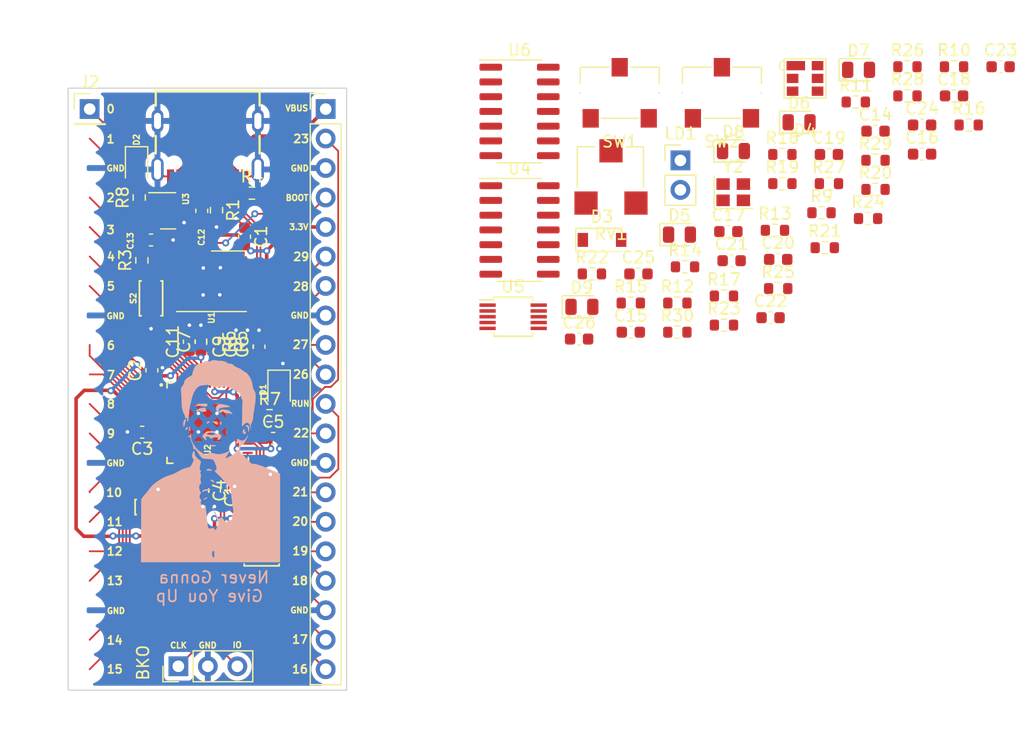
<source format=kicad_pcb>
(kicad_pcb (version 20211014) (generator pcbnew)
  (title_block (title "ENGR3430 Miniproject 3") (date "2022-09-22") (company "Olin College of Engineering"))
  (layers (0 "F.Cu" signal) (31 "B.Cu" signal) (34 "B.Paste" user) (35 "F.Paste" user) (36 "B.SilkS" user "B.Silkscreen") (37 "F.SilkS" user "F.Silkscreen") (38 "B.Mask" user) (39 "F.Mask" user) (44 "Edge.Cuts" user))
  (net 0 "")
  (net 1 "+3V3")
  (net 2 "Net-(D2-Pad2)")
  (net 3 "/GPIO25")
  (net 4 "Net-(D1-Pad2)")
  (net 5 "Net-(J1-PadA6)")
  (net 6 "Net-(R6-Pad2)")
  (net 7 "Net-(J1-PadA7)")
  (net 8 "Net-(R5-Pad2)")
  (net 9 "Net-(J1-PadA5)")
  (net 10 "GND")
  (net 11 "/BOOT")
  (net 12 "/RUN")
  (net 13 "Net-(J1-PadB5)")
  (net 14 "/VBUS")
  (net 15 "Net-(U1-Pad2)")
  (net 16 "Net-(U1-Pad3)")
  (net 17 "Net-(U1-Pad5)")
  (net 18 "Net-(U1-Pad6)")
  (net 19 "Net-(U1-Pad7)")
  (net 22 "/GPIO3")
  (net 23 "/GPIO4")
  (net 24 "/GPIO5")
  (net 25 "/GPIO6")
  (net 26 "/GPIO7")
  (net 27 "/GPIO8")
  (net 28 "/GPIO9")
  (net 29 "/GPIO10")
  (net 30 "/GPIO11")
  (net 31 "/GPIO12")
  (net 32 "/GPIO13")
  (net 33 "/GPIO14")
  (net 34 "/GPIO15")
  (net 35 "Net-(U2-Pad20)")
  (net 36 "Net-(U2-Pad21)")
  (net 37 "Net-(C10-Pad1)")
  (net 38 "/SWCLK")
  (net 39 "/SWDIO")
  (net 40 "/GPIO16")
  (net 41 "/GPIO17")
  (net 42 "/GPIO18")
  (net 43 "/GPIO19")
  (net 44 "/GPIO20")
  (net 45 "/GPIO21")
  (net 46 "/GPIO22")
  (net 47 "/GPIO23")
  (net 48 "/GPIO24")
  (net 49 "/GPIO26")
  (net 50 "/GPIO27")
  (net 51 "/GPIO28")
  (net 52 "/GPIO29")
  (net 53 "Net-(C15-Pad1)")
  (net 54 "Net-(C15-Pad2)")
  (net 55 "/VCENTER")
  (net 56 "Net-(C17-Pad2)")
  (net 57 "Net-(C18-Pad1)")
  (net 58 "Net-(C18-Pad2)")
  (net 59 "Net-(C20-Pad2)")
  (net 60 "Net-(C24-Pad1)")
  (net 61 "Net-(C24-Pad2)")
  (net 62 "Net-(D3-Pad2)")
  (net 63 "Net-(D4-Pad1)")
  (net 64 "Net-(D5-Pad2)")
  (net 65 "Net-(D6-Pad2)")
  (net 66 "Net-(D7-Pad2)")
  (net 67 "Net-(D8-Pad2)")
  (net 68 "Net-(D9-Pad2)")
  (net 69 "Net-(J2-Pad1)")
  (net 70 "Net-(LD1-Pad1)")
  (net 71 "Net-(LD1-Pad2)")
  (net 72 "Net-(R12-Pad1)")
  (net 73 "Net-(R19-Pad2)")
  (net 74 "Net-(R25-Pad2)")
  (net 75 "Net-(R26-Pad2)")
  (net 76 "Net-(R28-Pad2)")
  (net 78 "Net-(SW1-Pad2)")
  (net 80 "/Rx")
  (net 81 "/Tx")
  (net 82 "/Tx_ENABLE")
  (footprint "Resistor_SMD:R_0603_1608Metric" (layer "F.Cu") (at 158.75 89)
    (fp_text reference "R17")
    (fp_text value "1k")
  )
  (footprint "Resistor_SMD:R_0603_1608Metric" (layer "F.Cu") (at 163.42 88.36)
    (fp_text reference "R25")
    (fp_text value "3.3k")
  )
  (footprint "Resistor_SMD:R_0603_1608Metric" (layer "F.Cu") (at 154.74 92.12)
    (fp_text reference "R30")
    (fp_text value "3.3k")
  )
  (footprint "Resistor_SMD:R_0603_1608Metric" (layer "F.Cu") (at 147.38 87.1)
    (fp_text reference "R22")
    (fp_text value "1K")
  )
  (footprint "Package_SO:SOIC-14_3.9x8.7mm_P1.27mm" (layer "F.Cu") (at 141.15 73.1)
    (fp_text reference "U6")
    (fp_text value "ADA4891")
  )
  (footprint "Capacitor_SMD:C_0603_1608Metric" (layer "F.Cu") (at 109.4994 95.4024 90)
    (fp_text reference "C2")
    (fp_text value "0.1µF")
  )
  (footprint "Resistor_SMD:R_0603_1608Metric" (layer "F.Cu") (at 163.78 79.32)
    (fp_text reference "R19")
    (fp_text value "5k")
  )
  (footprint "Resistor_SMD:R_0603_1608Metric" (layer "F.Cu") (at 179.82 74.27)
    (fp_text reference "R16")
    (fp_text value "100k")
  )
  (footprint "Capacitor_SMD:C_0603_1608Metric" (layer "F.Cu") (at 118.7196 93.3704 90)
    (fp_text reference "C6")
    (fp_text value "0.1µF")
  )
  (footprint "Capacitor_SMD:C_0603_1608Metric" (layer "F.Cu") (at 162.76 90.87)
    (fp_text reference "C22")
    (fp_text value "10pF")
  )
  (footprint "Package_TO_SOT_SMD:SOT-23" (layer "F.Cu") (at 110.8964 81.6612)
    (fp_text reference "U3")
    (fp_text value "MCP1702T-3302E_CB")
  )
  (footprint "LED_SMD:LED_0805_2012Metric" (layer "F.Cu") (at 108.1786 77.8256 -90)
    (fp_text reference "D2")
    (fp_text value "PWR")
  )
  (footprint "Eclectronics:KXT321LHS" (layer "F.Cu") (at 118.9482 111.252 180)
    (fp_text reference "S1")
    (fp_text value "RST")
  )
  (footprint "Resistor_SMD:R_0603_1608Metric" (layer "F.Cu") (at 163.78 76.81)
    (fp_text reference "R18")
    (fp_text value "1K")
  )
  (footprint "Package_SO:MSOP-10_3x3mm_P0.5mm" (layer "F.Cu") (at 140.6 90.79)
    (fp_text reference "U5")
    (fp_text value "RS2255")
  )
  (footprint "Capacitor_SMD:C_0603_1608Metric" (layer "F.Cu") (at 117.475 83.8962 -90)
    (fp_text reference "C1")
    (fp_text value "0.1µF")
  )
  (footprint "LED_SMD:LED_0805_2012Metric" (layer "F.Cu") (at 120.4468 97.0788 -90)
    (fp_text reference "D1")
    (fp_text value "LED")
  )
  (footprint "Connector_PinHeader_2.54mm:PinHeader_1x01_P2.54mm_Vertical" (layer "F.Cu") (at 104.14 72.898)
    (fp_text reference "J2")
    (fp_text value "Conn_01x01_Female")
  )
  (footprint "Resistor_SMD:R_0603_1608Metric" (layer "F.Cu") (at 171.8 77.31)
    (fp_text reference "R29")
    (fp_text value "3.3k")
  )
  (footprint "LED_SMD:LED_0805_2012Metric" (layer "F.Cu") (at 170.34 69.515)
    (fp_text reference "D7")
    (fp_text value "LED")
  )
  (footprint "Capacitor_SMD:C_0603_1608Metric" (layer "F.Cu") (at 150.73 92.12)
    (fp_text reference "C15")
    (fp_text value "10pF")
  )
  (footprint "Eclectronics:Laser Switch" (layer "F.Cu") (at 149.775 71.495)
    (fp_text reference "SW1")
    (fp_text value "SW_SPDT")
  )
  (footprint "Eclectronics:Laser Potentiometer" (layer "F.Cu") (at 149.025 78.745)
    (fp_text reference "RV1")
    (fp_text value "Nominal 10k")
  )
  (footprint "Capacitor_SMD:C_0603_1608Metric" (layer "F.Cu") (at 178.56 71.76)
    (fp_text reference "C18")
    (fp_text value "10pF")
  )
  (footprint "Resistor_SMD:R_0603_1608Metric" (layer "F.Cu") (at 163.14 83.34)
    (fp_text reference "R13")
    (fp_text value "1k")
  )
  (footprint "Connector_PinHeader_2.54mm:PinHeader_1x20_P2.54mm_Vertical" (layer "F.Cu") (at 124.46 72.898)
    (fp_text reference "J4" hide)
    (fp_text value "RIGHT")
  )
  (footprint "Resistor_SMD:R_0603_1608Metric" (layer "F.Cu") (at 167.43 84.84)
    (fp_text reference "R21")
    (fp_text value "1K")
  )
  (footprint "Capacitor_SMD:C_0603_1608Metric" (layer "F.Cu") (at 109.4232 84.1756)
    (fp_text reference "C13")
    (fp_text value "10µF")
  )
  (footprint "Capacitor_SMD:C_0603_1608Metric" (layer "F.Cu") (at 175.81 76.78)
    (fp_text reference "C16")
    (fp_text value "10µF")
  )
  (footprint "Resistor_SMD:R_0603_1608Metric" (layer "F.Cu") (at 174.55 69.25)
    (fp_text reference "R26")
    (fp_text value "3.3k")
  )
  (footprint "Resistor_SMD:R_0603_1608Metric" (layer "F.Cu") (at 115.7478 92.9366 -90)
    (fp_text reference "R5")
    (fp_text value "27Ω")
  )
  (footprint "Capacitor_SMD:C_0603_1608Metric" (layer "F.Cu") (at 117.729 93.3704 90)
    (fp_text reference "C8")
    (fp_text value "1µF")
  )
  (footprint "Diode_SMD:D_SOD-123" (layer "F.Cu") (at 148.25 84.17)
    (fp_text reference "D3")
    (fp_text value "DIODE")
  )
  (footprint "LED_SMD:LED_0805_2012Metric" (layer "F.Cu") (at 146.52 89.935)
    (fp_text reference "D9")
    (fp_text value "LED")
  )
  (footprint "Capacitor_SMD:C_0603_1608Metric" (layer "F.Cu") (at 116.7384 93.3704 90)
    (fp_text reference "C9")
    (fp_text value "1µF")
  )
  (footprint "Resistor_SMD:R_0603_1608Metric" (layer "F.Cu") (at 167.15 81.83)
    (fp_text reference "R9")
    (fp_text value "100k")
  )
  (footprint "Capacitor_SMD:C_0603_1608Metric" (layer "F.Cu") (at 175.81 74.27)
    (fp_text reference "C24")
    (fp_text value "10pF")
  )
  (footprint "Eclectronics:Laser Switch" (layer "F.Cu") (at 158.575 71.495)
    (fp_text reference "SW2")
    (fp_text value "SW_SPDT")
  )
  (footprint "Resistor_SMD:R_0603_1608Metric" (layer "F.Cu") (at 171.16 82.33)
    (fp_text reference "R24")
    (fp_text value "1.2k")
  )
  (footprint "Crystal:Crystal_SMD_2520-4Pin_2.5x2.0mm" (layer "F.Cu") (at 159.55 80.06)
    (fp_text reference "Y2")
    (fp_text value "ASE-xxxMHz")
  )
  (footprint "Resistor_SMD:R_0603_1608Metric" (layer "F.Cu") (at 150.73 89.61)
    (fp_text reference "R15")
    (fp_text value "10k")
  )
  (footprint "Capacitor_SMD:C_0603_1608Metric" (layer "F.Cu") (at 108.6612 100.7364 180)
    (fp_text reference "C3")
    (fp_text value "0.1µF")
  )
  (footprint "Resistor_SMD:R_0603_1608Metric" (layer "F.Cu") (at 170.1 72.29)
    (fp_text reference "R11")
    (fp_text value "1K")
  )
  (footprint "Resistor_SMD:R_0603_1608Metric" (layer "F.Cu") (at 158.75 91.51)
    (fp_text reference "R23")
    (fp_text value "1K")
  )
  (footprint "Capacitor_SMD:C_0603_1608Metric" (layer "F.Cu") (at 151.39 87.1)
    (fp_text reference "C25")
    (fp_text value "10µF")
  )
  (footprint "Resistor_SMD:R_0603_1608Metric" (layer "F.Cu") (at 118.11 80.1372)
    (fp_text reference "R4")
    (fp_text value "5.1K")
  )
  (footprint "Resistor_SMD:R_0603_1608Metric" (layer "F.Cu") (at 108.6358 85.9282 90)
    (fp_text reference "R3")
    (fp_text value "5.1K")
  )
  (footprint "Capacitor_SMD:C_0603_1608Metric" (layer "F.Cu") (at 113.792 81.6612 90)
    (fp_text reference "C12")
    (fp_text value "10µF")
  )
  (footprint "Capacitor_SMD:C_0603_1608Metric" (layer "F.Cu") (at 112.7252 92.9386 90)
    (fp_text reference "C11")
    (fp_text value "0.1µF")
  )
  (footprint "Connector_PinHeader_2.54mm:PinHeader_1x03_P2.54mm_Vertical" (layer "F.Cu") (at 111.775 120.904 90)
    (fp_text reference "J3" hide)
    (fp_text value "DEBUG")
  )
  (footprint "Eclectronics:Photodiode" (layer "F.Cu") (at 165.735 70.255)
    (fp_text reference "D4")
    (fp_text value "D_Photo")
  )
  (footprint "Resistor_SMD:R_0603_1608Metric" (layer "F.Cu") (at 174.55 71.76)
    (fp_text reference "R28")
    (fp_text value "3.3k")
  )
  (footprint "Connector_PinHeader_2.54mm:PinHeader_1x02_P2.54mm_Vertical" (layer "F.Cu") (at 155 77.32)
    (fp_text reference "LD1")
    (fp_text value "D_Laser_1A3C")
  )
  (footprint "Capacitor_SMD:C_0603_1608Metric" (layer "F.Cu") (at 182.57 69.25)
    (fp_text reference "C23")
    (fp_text value "10µF")
  )
  (footprint "LED_SMD:LED_0805_2012Metric" (layer "F.Cu") (at 159.57 76.515)
    (fp_text reference "D8")
    (fp_text value "LED")
  )
  (footprint "Eclectronics:KXT321LHS" (layer "F.Cu") (at 109.4232 89.2048 90)
    (fp_text reference "S2")
    (fp_text value "BOOT")
  )
  (footprint "Package_SON:WSON-8-1EP_6x5mm_P1.27mm_EP3.4x4.3mm" (layer "F.Cu") (at 114.6302 87.7316)
    (fp_text reference "U1")
    (fp_text value "W25Q128JV")
  )
  (footprint "Capacitor_SMD:C_0603_1608Metric" (layer "F.Cu") (at 163.42 85.85)
    (fp_text reference "C20")
    (fp_text value "1pF")
  )
  (footprint "Capacitor_SMD:C_0603_1608Metric" (layer "F.Cu") (at 119.9388 101.2698)
    (fp_text reference "C5")
    (fp_text value "0.1µF")
  )
  (footprint "Eclectronics:RP2040" (layer "F.Cu") (at 114.3 99.914)
    (fp_text reference "U2")
    (fp_text value "RP2040")
  )
  (footprint "Eclectronics:CSTNE" (layer "F.Cu") (at 109.6518 107.188 180)
    (fp_text reference "Y1")
    (fp_text value "12MHz")
  )
  (footprint "Resistor_SMD:R_0603_1608Metric" (layer "F.Cu") (at 155.4 86.49)
    (fp_text reference "R14")
    (fp_text value "3.3k")
  )
  (footprint "Resistor_SMD:R_0603_1608Metric" (layer "F.Cu") (at 108.4072 80.518 90)
    (fp_text reference "R8")
    (fp_text value "1K")
  )
  (footprint "Resistor_SMD:R_0603_1608Metric" (layer "F.Cu") (at 178.56 69.25)
    (fp_text reference "R10")
    (fp_text value "330k")
  )
  (footprint "Eclectronics:USB4105-GF-A" (layer "F.Cu") (at 114.3 73.9206 180)
    (fp_text reference "J1" hide)
    (fp_text value "USB4105-GF-A")
  )
  (footprint "Resistor_SMD:R_0603_1608Metric" (layer "F.Cu") (at 167.79 79.32)
    (fp_text reference "R27")
    (fp_text value "3.3k")
  )
  (footprint "Capacitor_SMD:C_0603_1608Metric" (layer "F.Cu") (at 114.8842 105.7656 -90)
    (fp_text reference "C10")
    (fp_text value "0.1µF")
  )
  (footprint "Resistor_SMD:R_0603_1608Metric" (layer "F.Cu") (at 115.062 81.6102 -90)
    (fp_text reference "R1")
    (fp_text value "5.1K")
  )
  (footprint "Capacitor_SMD:C_0603_1608Metric" (layer "F.Cu") (at 146.28 92.71)
    (fp_text reference "C26")
    (fp_text value "10µF")
  )
  (footprint "Capacitor_SMD:C_0603_1608Metric" (layer "F.Cu") (at 171.8 74.8)
    (fp_text reference "C14")
    (fp_text value "10µF")
  )
  (footprint "Capacitor_SMD:C_0603_1608Metric" (layer "F.Cu") (at 113.8936 105.7656 -90)
    (fp_text reference "C4")
    (fp_text value "0.1µF")
  )
  (footprint "LED_SMD:LED_0805_2012Metric" (layer "F.Cu") (at 165.22 74.035)
    (fp_text reference "D6")
    (fp_text value "LED")
  )
  (footprint "Resistor_SMD:R_0603_1608Metric" (layer "F.Cu") (at 154.74 89.61)
    (fp_text reference "R12")
    (fp_text value "3.3k")
  )
  (footprint "Package_SO:SOIC-14_3.9x8.7mm_P1.27mm" (layer "F.Cu") (at 141.15 83.31)
    (fp_text reference "U4")
    (fp_text value "ADA4891")
  )
  (footprint "Capacitor_SMD:C_0603_1608Metric" (layer "F.Cu") (at 113.7158 92.9386 90)
    (fp_text reference "C7")
    (fp_text value "0.1µF")
  )
  (footprint "LED_SMD:LED_0805_2012Metric" (layer "F.Cu") (at 154.92 83.715)
    (fp_text reference "D5")
    (fp_text value "LED")
  )
  (footprint "Resistor_SMD:R_0603_1608Metric" (layer "F.Cu") (at 119.634 99.314)
    (fp_text reference "R7")
    (fp_text value "1K")
  )
  (footprint "Capacitor_SMD:C_0603_1608Metric" (layer "F.Cu") (at 167.79 76.81)
    (fp_text reference "C19")
    (fp_text value "10µF")
  )
  (footprint "Resistor_SMD:R_0603_1608Metric" (layer "F.Cu") (at 114.7318 92.9366 -90)
    (fp_text reference "R6")
    (fp_text value "27Ω")
  )
  (footprint "Resistor_SMD:R_0603_1608Metric" (layer "F.Cu") (at 171.8 79.82)
    (fp_text reference "R20")
    (fp_text value "10k")
  )
  (footprint "Resistor_SMD:R_0603_1608Metric" (layer "F.Cu") (at 116.8146 109.2962 180)
    (fp_text reference "R2")
    (fp_text value "5.1K")
  )
  (footprint "Capacitor_SMD:C_0603_1608Metric" (layer "F.Cu") (at 159.41 85.96)
    (fp_text reference "C21")
    (fp_text value "10pF")
  )
  (footprint "Capacitor_SMD:C_0603_1608Metric" (layer "F.Cu") (at 159.13 83.45)
    (fp_text reference "C17")
    (fp_text value "10pF")
  )
  (footprint "Eclectronics:RickAstley2" (layer "B.Cu") (at 114.5794 103.2256 180)
    (fp_text reference "G***")
    (fp_text value "LOGO" hide)
  )
  (gr_rect (start 126.2634 71.0946) (end 102.2858 122.9614) (layer "Edge.Cuts") (width 0.1) (fill none))
  (gr_text "Never Gonna \nGive You Up" (at 114.4524 114.046) (layer "B.SilkS") (effects (font (size 1 1)) (justify mirror)))
  (gr_text "14" (at 106.299 118.6688) (layer "F.SilkS") (effects (font (size 0.7 0.7))))
  (gr_text "7" (at 105.9688 95.8088) (layer "F.SilkS") (effects (font (size 0.7 0.7))))
  (gr_text "GND\n" (at 106.4006 116.1288) (layer "F.SilkS") (effects (font (size 0.5 0.5) (thickness 0.125))))
  (gr_text "VBUS" (at 121.9708 72.8218) (layer "F.SilkS") (effects (font (size 0.5 0.5) (thickness 0.125))))
  (gr_text "23" (at 122.3518 75.4634) (layer "F.SilkS") (effects (font (size 0.7 0.7))))
  (gr_text "10" (at 106.2482 105.9434) (layer "F.SilkS") (effects (font (size 0.7 0.7))))
  (gr_text "6" (at 105.9688 93.2688) (layer "F.SilkS") (effects (font (size 0.7 0.7))))
  (gr_text "9" (at 105.9688 100.8634) (layer "F.SilkS") (effects (font (size 0.7 0.7))))
  (gr_text "GND\n" (at 122.2248 90.678) (layer "F.SilkS") (effects (font (size 0.5 0.5) (thickness 0.125))))
  (gr_text "IO" (at 116.84 119.0752) (layer "F.SilkS") (effects (font (size 0.5 0.5) (thickness 0.125))))
  (gr_text "18" (at 122.2502 113.538) (layer "F.SilkS") (effects (font (size 0.7 0.7))))
  (gr_text "11" (at 106.299 108.458) (layer "F.SilkS") (effects (font (size 0.7 0.7))))
  (gr_text "8" (at 105.9688 98.3234) (layer "F.SilkS") (effects (font (size 0.7 0.7))))
  (gr_text "3" (at 105.9434 83.312) (layer "F.SilkS") (effects (font (size 0.7 0.7))))
  (gr_text "GND\n" (at 106.3752 103.4034) (layer "F.SilkS") (effects (font (size 0.5 0.5) (thickness 0.125))))
  (gr_text "GND\n" (at 106.3752 90.7288) (layer "F.SilkS") (effects (font (size 0.5 0.5) (thickness 0.125))))
  (gr_text "GND\n" (at 122.2248 78.0034) (layer "F.SilkS") (effects (font (size 0.5 0.5) (thickness 0.125))))
  (gr_text "29" (at 122.3518 85.6234) (layer "F.SilkS") (effects (font (size 0.7 0.7))))
  (gr_text "27" (at 122.301 93.1926) (layer "F.SilkS") (effects (font (size 0.7 0.7))))
  (gr_text "CLK" (at 111.7854 119.1006) (layer "F.SilkS") (effects (font (size 0.5 0.5) (thickness 0.125))))
  (gr_text "4" (at 105.9688 85.6234) (layer "F.SilkS") (effects (font (size 0.7 0.7))))
  (gr_text "5" (at 105.9688 88.1634) (layer "F.SilkS") (effects (font (size 0.7 0.7))))
  (gr_text "GND\n" (at 106.3752 78.0034) (layer "F.SilkS") (effects (font (size 0.5 0.5) (thickness 0.125))))
  (gr_text "19" (at 122.2756 110.9726) (layer "F.SilkS") (effects (font (size 0.7 0.7))))
  (gr_text "12" (at 106.299 110.998) (layer "F.SilkS") (effects (font (size 0.7 0.7))))
  (gr_text "2" (at 105.9434 80.5434) (layer "F.SilkS") (effects (font (size 0.7 0.7))))
  (gr_text "GND\n" (at 122.2248 103.378) (layer "F.SilkS") (effects (font (size 0.5 0.5) (thickness 0.125))))
  (gr_text "28" (at 122.3264 88.1888) (layer "F.SilkS") (effects (font (size 0.7 0.7))))
  (gr_text "15" (at 106.299 121.158) (layer "F.SilkS") (effects (font (size 0.7 0.7))))
  (gr_text "0" (at 105.9434 72.898) (layer "F.SilkS") (effects (font (size 0.7 0.7))))
  (gr_text "13" (at 106.299 113.538) (layer "F.SilkS") (effects (font (size 0.7 0.7))))
  (gr_text "BKO" (at 108.7374 120.5992 90) (layer "F.SilkS") (effects (font (size 1 1))))
  (gr_text "3.3V" (at 122.1486 83.058) (layer "F.SilkS") (effects (font (size 0.5 0.5) (thickness 0.125))))
  (gr_text "20" (at 122.2756 108.4326) (layer "F.SilkS") (effects (font (size 0.7 0.7))))
  (gr_text "26" (at 122.3264 95.758) (layer "F.SilkS") (effects (font (size 0.7 0.7))))
  (gr_text "22" (at 122.3518 100.8126) (layer "F.SilkS") (effects (font (size 0.7 0.7))))
  (gr_text "21" (at 122.2756 105.8926) (layer "F.SilkS") (effects (font (size 0.7 0.7))))
  (gr_text "BOOT" (at 121.9962 80.5434) (layer "F.SilkS") (effects (font (size 0.5 0.5) (thickness 0.125))))
  (gr_text "1" (at 105.9434 75.4888) (layer "F.SilkS") (effects (font (size 0.7 0.7))))
  (gr_text "GND\n" (at 122.1994 116.078) (layer "F.SilkS") (effects (font (size 0.5 0.5) (thickness 0.125))))
  (gr_text "17" (at 122.2502 118.5926) (layer "F.SilkS") (effects (font (size 0.7 0.7))))
  (gr_text "GND" (at 114.3 119.1006) (layer "F.SilkS") (effects (font (size 0.5 0.5) (thickness 0.125))))
  (gr_text "RUN" (at 122.2756 98.2726) (layer "F.SilkS") (effects (font (size 0.5 0.5) (thickness 0.125))))
  (gr_text "16" (at 122.2502 121.158) (layer "F.SilkS") (effects (font (size 0.7 0.7))))
  (segment (start 114.9 102.743563) (end 114.9 103.3515) (width 0.1524) (layer "F.Cu") (net 1))
  (segment (start 119.7356 101.5466) (end 119.4588 101.2698) (width 0.3048) (layer "F.Cu") (net 1))
  (segment (start 117.7375 100.914) (end 119.103 100.914) (width 0.1524) (layer "F.Cu") (net 1))
  (segment (start 110.8625 100.514) (end 110.069636 100.514) (width 0.1524) (layer "F.Cu") (net 1))
  (segment (start 105.9629 97.1609) (end 106.17772 97.1609) (width 0.3048) (layer "F.Cu") (net 1))
  (segment (start 117.3302 85.8266) (end 117.3302 84.521) (width 0.3048) (layer "F.Cu") (net 1))
  (segment (start 110.1222 109.6772) (end 113.2788 106.5206) (width 0.3048) (layer "F.Cu") (net 1))
  (segment (start 108.6482 84.1756) (end 108.6482 83.9219) (width 0.3048) (layer "F.Cu") (net 1))
  (segment (start 111.633 105.3338) (end 110.8518 106.115) (width 0.1524) (layer "F.Cu") (net 1))
  (segment (start 113.7 95.56814) (end 113.7 96.4765) (width 0.1524) (layer "F.Cu") (net 1))
  (segment (start 119.3811 93.516284) (end 119.3811 85.1154) (width 0.3048) (layer "F.Cu") (net 1))
  (segment (start 118.4275 97.6249) (end 118.4275 95.0087) (width 0.1524) (layer "F.Cu") (net 1))
  (segment (start 109.3188 100.914) (end 109.1412 100.7364) (width 0.1524) (layer "F.Cu") (net 1))
  (segment (start 118.7196 93.8504) (end 119.046984 93.8504) (width 0.3048) (layer "F.Cu") (net 1))
  (segment (start 110.8625 97.714) (end 110.287 97.714) (width 0.1524) (layer "F.Cu") (net 1))
  (segment (start 114.9 105.2698) (end 114.8842 105.2856) (width 0.1524) (layer "F.Cu") (net 1))
  (segment (start 116.5 96.4765) (end 116.9 96.4765) (width 0.1524) (layer "F.Cu") (net 1))
  (segment (start 116.9 94.6794) (end 117.729 93.8504) (width 0.1524) (layer "F.Cu") (net 1))
  (segment (start 114.1 96.4765) (end 114.1 97.201342) (width 0.1524) (layer "F.Cu") (net 1))
  (segment (start 113.2788 105.9004) (end 113.8936 105.2856) (width 0.3048) (layer "F.Cu") (net 1))
  (segment (start 117.475 84.3762) (end 117.475 84.5799) (width 0.3048) (layer "F.Cu") (net 1))
  (segment (start 110.287 97.714) (end 107.0214 94.4484) (width 0.1524) (layer "F.Cu") (net 1))
  (segment (start 105.9316 97.1296) (end 103.675266 97.1296) (width 0.3048) (layer "F.Cu") (net 1))
  (segment (start 113.2788 106.5206) (end 113.2788 105.9004) (width 0.3048) (layer "F.Cu") (net 1))
  (segment (start 113.8936 106.2456) (end 113.8936 107.1372) (width 0.1524) (layer "F.Cu") (net 1))
  (segment (start 116.844171 102.154629) (end 116.84 102.1588) (width 0.3048) (layer "F.Cu") (net 1))
  (segment (start 117.553118 90.7198) (end 112.58417 90.7198) (width 0.1524) (layer "F.Cu") (net 1))
  (segment (start 116.1286 98.313037) (end 116.1286 101.514963) (width 0.1524) (layer "F.Cu") (net 1))
  (segment (start 115.900963 98.0854) (end 116.1286 98.313037) (width 0.1524) (layer "F.Cu") (net 1))
  (segment (start 113.7158 94.2848) (end 113.7158 93.4186) (width 0.3048) (layer "F.Cu") (net 1))
  (segment (start 114.1 97.201342) (end 114.688658 97.79) (width 0.1524) (layer "F.Cu") (net 1))
  (segment (start 110.318052 97.314) (end 109.4994 96.495348) (width 0.1524) (layer "F.Cu") (net 1))
  (segment (start 114.5 104.6792) (end 113.8936 105.2856) (width 0.1524) (layer "F.Cu") (net 1))
  (segment (start 109.428 84.9554) (end 112.2248 84.9554) (width 0.3048) (layer "F.Cu") (net 1))
  (segment (start 115.222058 97.79) (end 116.1 96.912058) (width 0.1524) (layer "F.Cu") (net 1))
  (segment (start 116.9 96.4765) (end 117.7375 97.314) (width 0.1524) (layer "F.Cu") (net 1))
  (segment (start 117.475 84.355242) (end 117.475 84.3762) (width 0.3048) (layer "F.Cu") (net 1))
  (segment (start 112.58417 90.7198) (end 111.633 91.67097) (width 0.1524) (layer "F.Cu") (net 1))
  (segment (start 108.6358 85.4182) (end 108.6358 84.188) (width 0.1524) (layer "F.Cu") (net 1))
  (segment (start 118.7196 93.8504) (end 117.729 93.8504) (width 0.1524) (layer "F.Cu") (net 1))
  (segment (start 114.8842 106.2456) (end 114.8842 107.1372) (width 0.1524) (layer "F.Cu") (net 1))
  (segment (start 117.3302 84.521) (end 117.475 84.3762) (width 0.3048) (layer "F.Cu") (net 1))
  (segment (start 118.2386 90.034318) (end 117.553118 90.7198) (width 0.1524) (layer "F.Cu") (net 1))
  (segment (start 116.5098 97.2566) (end 116.5098 96.4863) (width 0.1524) (layer "F.Cu") (net 1))
  (segment (start 110.8518 106.115) (end 110.8518 107.188) (width 0.1524) (layer "F.Cu") (net 1))
  (segment (start 117.475 84.5799) (end 118.0105 85.1154) (width 0.3048) (layer "F.Cu") (net 1))
  (segment (start 115.4228 104.992921) (end 115.4228 117.2562) (width 0.1524) (layer "F.Cu") (net 1))
  (segment (start 118.2386 88.005) (end 118.2386 90.034318) (width 0.1524) (layer "F.Cu") (net 1))
  (segment (start 109.1412 100.12438) (end 109.1412 100.7364) (width 0.3048) (layer "F.Cu") (net 1))
  (segment (start 119.7356 102.1588) (end 119.7356 101.5466) (width 0.3048) (layer "F.Cu") (net 1))
  (segment (start 111.633 91.67097) (end 111.633 93.50114) (width 0.1524) (layer "F.Cu") (net 1))
  (segment (start 114.688658 97.79) (end 115.222058 97.79) (width 0.1524) (layer "F.Cu") (net 1))
  (segment (start 109.4994 95.8824) (end 109.209036 95.8824) (width 0.1524) (layer "F.Cu") (net 1))
  (segment (start 109.9589 82.6112) (end 109.9589 82.5797) (width 0.3048) (layer "F.Cu") (net 1))
  (segment (start 116.844171 97.590971) (end 116.844171 100.439437) (width 0.3048) (layer "F.Cu") (net 1))
  (segment (start 119.3811 85.1154) (end 121.4385 83.058) (width 0.3048) (layer "F.Cu") (net 1))
  (segment (start 114.8899 109.3159) (end 114.8899 108.1786) (width 0.3048) (layer "F.Cu") (net 1))
  (segment (start 119.046984 93.8504) (end 119.3811 93.516284) (width 0.3048) (layer "F.Cu") (net 1))
  (segment (start 109.4994 95.8824) (end 111.089962 95.8824) (width 0.3048) (layer "F.Cu") (net 1))
  (segment (start 116.844171 100.439437) (end 116.844171 102.154629) (width 0.3048) (layer "F.Cu") (net 1))
  (segment (start 112.7252 94.162288) (end 112.7252 93.4186) (width 0.1524) (layer "F.Cu") (net 1))
  (segment (start 108.6104 84.1756) (end 107.4024 85.3836) (width 0.3048) (layer "F.Cu") (net 1))
  (segment (start 108.6482 83.9219) (end 109.9589 82.6112) (width 0.3048) (layer "F.Cu") (net 1))
  (segment (start 107.0214 94.4484) (end 107.0214 75.7794) (width 0.1524) (layer "F.Cu") (net 1))
  (segment (start 120.2436 89.8144) (end 120.3706 89.6874) (width 0.1524) (layer "F.Cu") (net 1))
  (segment (start 114.1 95.537088) (end 112.7252 94.162288) (width 0.1524) (layer "F.Cu") (net 1))
  (segment (start 120.3706 89.6874) (end 124.46 85.598) (width 0.1524) (layer "F.Cu") (net 1))
  (segment (start 117.3302 87.0966) (end 118.2386 88.005) (width 0.1524) (layer "F.Cu") (net 1))
  (segment (start 104.14 95.758) (end 105.313636 95.758) (width 0.1524) (layer "F.Cu") (net 1))
  (segment (start 114.5 96.4765) (end 114.5 95.506036) (width 0.1524) (layer "F.Cu") (net 1))
  (segment (start 120.2436 93.1926) (end 120.2436 89.8144) (width 0.1524) (layer "F.Cu") (net 1))
  (segment (start 103.632 109.7026) (end 106.1217 109.7026) (width 0.3048) (layer "F.Cu") (net 1))
  (segment (start 114.5 96.4765) (end 114.9 96.4765) (width 0.1524) (layer "F.Cu") (net 1))
  (segment (start 114.1 104.009052) (end 112.775252 105.3338) (width 0.1524) (layer "F.Cu") (net 1))
  (segment (start 103.675266 97.1296) (end 102.9716 97.833266) (width 0.3048) (layer "F.Cu") (net 1))
  (segment (start 106.17772 97.1609) (end 109.1412 100.12438) (width 0.3048) (layer "F.Cu") (net 1))
  (segment (start 115.4228 117.2562) (end 111.775 120.904) (width 0.1524) (layer "F.Cu") (net 1))
  (segment (start 115.900963 97.111095) (end 115.900963 98.0854) (width 0.1524) (layer "F.Cu") (net 1))
  (segment (start 113.4364 83.7438) (end 116.863558 83.7438) (width 0.3048) (layer "F.Cu") (net 1))
  (segment (start 107.0214 75.7794) (end 104.14 72.898) (width 0.1524) (layer "F.Cu") (net 1))
  (segment (start 116.2605 109.2521) (end 116.3046 109.2962) (width 0.3048) (layer "F.Cu") (net 1))
  (segment (start 121.4385 83.058) (end 124.46 83.058) (width 0.3048) (layer "F.Cu") (net 1))
  (segment (start 112.775252 105.3338) (end 111.633 105.3338) (width 0.1524) (layer "F.Cu") (net 1))
  (segment (start 116.1 96.4765) (end 116.1 94.4888) (width 0.1524) (layer "F.Cu") (net 1))
  (segment (start 115.3 104.870121) (end 115.4228 104.992921) (width 0.1524) (layer "F.Cu") (net 1))
  (segment (start 114.9 103.3515) (end 114.9 105.2698) (width 0.1524) (layer "F.Cu") (net 1))
  (segment (start 109.9589 82.5797) (end 108.4072 81.028) (width 0.3048) (layer "F.Cu") (net 1))
  (segment (start 112.2248 84.9554) (end 113.4364 83.7438) (width 0.3048) (layer "F.Cu") (net 1))
  (segment (start 107.4024 85.3836) (end 107.4024 94.075764) (width 0.3048) (layer "F.Cu") (net 1))
  (segment (start 119.103 100.914) (end 119.4588 101.2698) (width 0.1524) (layer "F.Cu") (net 1))
  (segment (start 108.6482 84.1756) (end 108.6104 84.1756) (width 0.3048) (layer "F.Cu") (net 1))
  (segment (start 116.2605 108.1786) (end 116.2605 109.2521) (width 0.3048) (layer "F.Cu") (net 1))
  (segment (start 108.5088 109.6772) (end 110.1222 109.6772) (width 0.3048) (layer "F.Cu") (net 1))
  (segment (start 116.1 96.912058) (end 116.1 96.4765) (width 0.1524) (layer "F.Cu") (net 1))
  (segment (start 110.8625 100.914) (end 109.3188 100.914) (width 0.1524) (layer "F.Cu") (net 1))
  (segment (start 102.9716 109.0422) (end 103.632 109.7026) (width 0.3048) (layer "F.Cu") (net 1))
  (segment (start 113.7158 94.721836) (end 113.7158 94.2848) (width 0.1524) (layer "F.Cu") (net 1))
  (segment (start 114.9 96.4765) (end 114.9 97.247) (width 0.1524) (layer "F.Cu") (net 1))
  (segment (start 118.3384 97.714) (end 118.4275 97.6249) (width 0.1524) (layer "F.Cu") (net 1))
  (segment (start 114.1 103.3515) (end 114.1 104.009052) (width 0.1524) (layer "F.Cu") (net 1))
  (segment (start 116.1 96.912058) (end 115.900963 97.111095) (width 0.1524) (layer "F.Cu") (net 1))
  (segment (start 116.9 96.4765) (end 116.9 94.6794) (width 0.1524) (layer "F.Cu") (net 1))
  (segment (start 107.4024 94.075764) (end 108.225218 94.898582) (width 0.3048) (layer "F.Cu") (net 1))
  (segment (start 114.5 95.506036) (end 113.7158 94.721836) (width 0.1524) (layer "F.Cu") (net 1))
  (segment (start 108.6482 84.1756) (end 109.428 84.9554) (width 0.3048) (layer "F.Cu") (net 1))
  (segment (start 116.1286 101.514963) (end 114.9 102.743563) (width 0.1524) (layer "F.Cu") (net 1))
  (segment (start 116.5098 97.2566) (end 116.844171 97.590971) (width 0.3048) (layer "F.Cu") (net 1))
  (segment (start 105.9629 97.1609) (end 105.9316 97.1296) (width 0.3048) (layer "F.Cu") (net 1))
  (segment (start 114.1 96.4765) (end 114.1 95.537088) (width 0.1524) (layer "F.Cu") (net 1))
  (segment (start 118.4275 95.0087) (end 120.2436 93.1926) (width 0.1524) (layer "F.Cu") (net 1))
  (segment (start 117.7375 101.314) (end 118.355904 101.314) (width 0.1524) (layer "F.Cu") (net 1))
  (segment (start 111.633 93.50114) (end 113.7 95.56814) (width 0.1524) (layer "F.Cu") (net 1))
  (segment (start 117.7375 97.714) (end 118.3384 97.714) (width 0.1524) (layer "F.Cu") (net 1))
  (segment (start 108.5088 109.6772) (end 114.5286 109.6772) (width 0.3048) (layer "F.Cu") (net 1))
  (segment (start 108.126926 109.6772) (end 108.5088 109.6772) (width 0.3048) (layer "F.Cu") (net 1))
  (segment (start 119.112926 102.071022) (end 119.112926 104.53557) (width 0.1524) (layer "F.Cu") (net 1))
  (segment (start 106.1217 109.7026) (end 106.1471 109.6772) (width 0.3048) (layer "F.Cu") (net 1))
  (segment (start 114.9 97.247) (end 114.9096 97.2566) (width 0.1524) (layer "F.Cu") (net 1))
  (segment (start 116.863558 83.7438) (end 117.475 84.355242) (width 0.3048) (layer "F.Cu") (net 1))
  (segment (start 116.5098 96.4863) (end 116.5 96.4765) (width 0.1524) (layer "F.Cu") (net 1))
  (segment (start 115.3 103.3515) (end 115.3 104.870121) (width 0.1524) (layer "F.Cu") (net 1))
  (segment (start 120.495356 105.918) (end 124.46 105.918) (width 0.1524) (layer "F.Cu") (net 1))
  (segment (start 115.7 103.3515) (end 115.7276 103.3791) (width 0.1524) (layer "F.Cu") (net 1))
  (segment (start 114.5286 109.6772) (end 114.8899 109.3159) (width 0.3048) (layer "F.Cu") (net 1))
  (segment (start 110.8625 97.314) (end 110.318052 97.314) (width 0.1524) (layer "F.Cu") (net 1))
  (segment (start 114.5 103.3515) (end 114.5 104.6792) (width 0.1524) (layer "F.Cu") (net 1))
  (segment (start 109.4994 96.495348) (end 109.4994 95.8824) (width 0.1524) (layer "F.Cu") (net 1))
  (segment (start 109.209036 95.8824) (end 108.225218 94.898582) (width 0.3048) (layer "F.Cu") (net 1))
  (segment (start 110.069636 100.514) (end 105.313636 95.758) (width 0.1524) (layer "F.Cu") (net 1))
  (segment (start 115.7276 119.7766) (end 116.855 120.904) (width 0.1524) (layer "F.Cu") (net 1))
  (segment (start 118.355904 101.314) (end 119.112926 102.071022) (width 0.1524) (layer "F.Cu") (net 1))
  (segment (start 119.112926 104.53557) (end 120.495356 105.918) (width 0.1524) (layer "F.Cu") (net 1))
  (segment (start 115.7276 103.3791) (end 115.7276 119.7766) (width 0.1524) (layer "F.Cu") (net 1))
  (segment (start 108.6358 84.188) (end 108.6482 84.1756) (width 0.1524) (layer "F.Cu") (net 1))
  (segment (start 111.089962 95.8824) (end 111.097663 95.874699) (width 0.1524) (layer "F.Cu") (net 1))
  (segment (start 116.1 94.4888) (end 116.7384 93.8504) (width 0.1524) (layer "F.Cu") (net 1))
  (segment (start 102.9716 97.833266) (end 102.9716 109.0422) (width 0.3048) (layer "F.Cu") (net 1))
  (via (at 106.1471 109.6772) (size 0.6096) (drill 0.3048) (layers "F.Cu" "B.Cu") (net 1))
  (via (at 118.0105 85.1154) (size 0.6096) (drill 0.3048) (layers "F.Cu" "B.Cu") (net 1))
  (via (at 105.9629 97.1609) (size 0.6096) (drill 0.3048) (layers "F.Cu" "B.Cu") (net 1))
  (via (at 113.8936 107.1372) (size 0.6096) (drill 0.3048) (layers "F.Cu" "B.Cu") (net 1))
  (via (at 114.9096 97.2566) (size 0.6096) (drill 0.3048) (layers "F.Cu" "B.Cu") (net 1))
  (via (at 116.5098 97.2566) (size 0.6096) (drill 0.3048) (layers "F.Cu" "B.Cu") (net 1))
  (via (at 116.2605 108.1786) (size 0.6096) (drill 0.3048) (layers "F.Cu" "B.Cu") (net 1))
  (via (at 108.126926 109.6772) (size 0.6096) (drill 0.3048) (layers "F.Cu" "B.Cu") (net 1))
  (via (at 114.8899 108.1786) (size 0.6096) (drill 0.3048) (layers "F.Cu" "B.Cu") (net 1))
  (via (at 114.8842 107.1372) (size 0.6096) (drill 0.3048) (layers "F.Cu" "B.Cu") (net 1))
  (via (at 111.097663 95.874699) (size 0.6096) (drill 0.3048) (layers "F.Cu" "B.Cu") (net 1))
  (via (at 119.3811 85.1154) (size 0.6096) (drill 0.3048) (layers "F.Cu" "B.Cu") (net 1))
  (via (at 108.225218 94.898582) (size 0.6096) (drill 0.3048) (layers "F.Cu" "B.Cu") (net 1))
  (via (at 113.7158 94.2848) (size 0.6096) (drill 0.3048) (layers "F.Cu" "B.Cu") (net 1))
  (via (at 116.84 102.1588) (size 0.6096) (drill 0.3048) (layers "F.Cu" "B.Cu") (net 1))
  (via (at 119.7356 102.1588) (size 0.6096) (drill 0.3048) (layers "F.Cu" "B.Cu") (net 1))
  (segment (start 114.9096 97.2566) (end 116.5098 97.2566) (width 0.3048) (layer "B.Cu") (net 1))
  (segment (start 112.611362 94.361) (end 113.6396 94.361) (width 0.3048) (layer "B.Cu") (net 1))
  (segment (start 106.1471 109.6772) (end 108.126926 109.6772) (width 0.3048) (layer "B.Cu") (net 1))
  (segment (start 118.0105 85.1154) (end 119.3811 85.1154) (width 0.3048) (layer "B.Cu") (net 1))
  (segment (start 114.8899 108.1786) (end 116.2605 108.1786) (width 0.3048) (layer "B.Cu") (net 1))
  (segment (start 108.225218 94.898582) (end 105.9629 97.1609) (width 0.3048) (layer "B.Cu") (net 1))
  (segment (start 116.84 102.1588) (end 119.7356 102.1588) (width 0.3048) (layer "B.Cu") (net 1))
  (segment (start 111.097663 95.874699) (end 112.611362 94.361) (width 0.3048) (layer "B.Cu") (net 1))
  (segment (start 113.6396 94.361) (end 113.7158 94.2848) (width 0.3048) (layer "B.Cu") (net 1))
  (segment (start 108.4072 80.008) (end 108.4072 78.9917) (width 0.1524) (layer "F.Cu") (net 2))
  (segment (start 108.4072 78.9917) (end 108.1786 78.7631) (width 0.1524) (layer "F.Cu") (net 2))
  (segment (start 119.3419 95.387456) (end 119.810678 94.918678) (width 0.1524) (layer "F.Cu") (net 3))
  (segment (start 118.431556 98.914) (end 119.3419 98.003656) (width 0.1524) (layer "F.Cu") (net 3))
  (segment (start 119.3419 98.003656) (end 119.3419 95.387456) (width 0.1524) (layer "F.Cu") (net 3))
  (segment (start 119.812922 94.918678) (end 120.5484 94.1832) (width 0.1524) (layer "F.Cu") (net 3))
  (segment (start 120.5484 94.1832) (end 122.8852 94.1832) (width 0.1524) (layer "F.Cu") (net 3))
  (segment (start 117.7375 99.314) (end 119.124 99.314) (width 0.1524) (layer "F.Cu") (net 3))
  (segment (start 122.8852 94.1832) (end 124.46 95.758) (width 0.1524) (layer "F.Cu") (net 3))
  (segment (start 119.810678 94.918678) (end 119.812922 94.918678) (width 0.1524) (layer "F.Cu") (net 3))
  (segment (start 117.7375 98.914) (end 118.431556 98.914) (width 0.1524) (layer "F.Cu") (net 3))
  (segment (start 120.144 99.314) (end 120.144 98.3191) (width 0.1524) (layer "F.Cu") (net 4))
  (segment (start 120.144 98.3191) (end 120.4468 98.0163) (width 0.1524) (layer "F.Cu") (net 4))
  (segment (start 113.55 79.3834) (end 113.6714 79.5048) (width 0.1524) (layer "F.Cu") (net 5))
  (segment (start 114.55 79.294252) (end 118.5434 83.287652) (width 0.1524) (layer "F.Cu") (net 5))
  (segment (start 114.4286 79.5048) (end 114.55 79.3834) (width 0.1524) (layer "F.Cu") (net 5))
  (segment (start 117.67937 91.0246) (end 115.7568 91.0246) (width 0.1524) (layer "F.Cu") (net 5))
  (segment (start 113.6714 79.5048) (end 114.4286 79.5048) (width 0.1524) (layer "F.Cu") (net 5))
  (segment (start 115.7568 91.0246) (end 114.7318 92.0496) (width 0.1524) (layer "F.Cu") (net 5))
  (segment (start 114.55 78.7012) (end 114.55 79.3712) (width 0.1524) (layer "F.Cu") (net 5))
  (segment (start 114.55 79.3834) (end 114.55 78.7012) (width 0.1524) (layer "F.Cu") (net 5))
  (segment (start 113.55 78.7012) (end 113.55 79.3834) (width 0.1524) (layer "F.Cu") (net 5))
  (segment (start 114.55 78.7012) (end 114.55 79.294252) (width 0.1524) (layer "F.Cu") (net 5))
  (segment (start 118.5434 90.16057) (end 117.67937 91.0246) (width 0.1524) (layer "F.Cu") (net 5))
  (segment (start 118.5434 83.287652) (end 118.5434 90.16057) (width 0.1524) (layer "F.Cu") (net 5))
  (segment (start 114.7318 92.0496) (end 114.7318 92.4266) (width 0.1524) (layer "F.Cu") (net 5))
  (segment (start 114.7318 94.9452) (end 114.7318 93.4466) (width 0.1524) (layer "F.Cu") (net 6))
  (segment (start 115.3 95.5134) (end 114.7318 94.9452) (width 0.1524) (layer "F.Cu") (net 6))
  (segment (start 115.3 96.4765) (end 115.3 95.5134) (width 0.1524) (layer "F.Cu") (net 6))
  (segment (start 118.8482 83.1614) (end 118.8482 90.286822) (width 0.1524) (layer "F.Cu") (net 7))
  (segment (start 114.1262 77.872) (end 114.05 77.9482) (width 0.1524) (layer "F.Cu") (net 7))
  (segment (start 117.805622 91.3294) (end 116.1288 91.3294) (width 0.1524) (layer "F.Cu") (net 7))
  (segment (start 115.05 77.9482) (end 114.9738 77.872) (width 0.1524) (layer "F.Cu") (net 7))
  (segment (start 115.05 78.7012) (end 115.05 79.3632) (width 0.1524) (layer "F.Cu") (net 7))
  (segment (start 115.05 78.6756) (end 115.05 77.9482) (width 0.1524) (layer "F.Cu") (net 7))
  (segment (start 118.8482 90.286822) (end 117.805622 91.3294) (width 0.1524) (layer "F.Cu") (net 7))
  (segment (start 115.7478 91.7104) (end 115.7478 92.4266) (width 0.1524) (layer "F.Cu") (net 7))
  (segment (start 114.05 77.9482) (end 114.05 78.6756) (width 0.1524) (layer "F.Cu") (net 7))
  (segment (start 114.9738 77.872) (end 114.1262 77.872) (width 0.1524) (layer "F.Cu") (net 7))
  (segment (start 115.05 79.3632) (end 118.8482 83.1614) (width 0.1524) (layer "F.Cu") (net 7))
  (segment (start 116.1288 91.3294) (end 115.7478 91.7104) (width 0.1524) (layer "F.Cu") (net 7))
  (segment (start 115.7 96.4765) (end 115.7 93.4944) (width 0.1524) (layer "F.Cu") (net 8))
  (segment (start 115.7 93.4944) (end 115.7478 93.4466) (width 0.1524) (layer "F.Cu") (net 8))
  (segment (start 117.6 80.1372) (end 116.332 80.1372) (width 0.1524) (layer "F.Cu") (net 9))
  (segment (start 116.332 80.1372) (end 115.55 79.3552) (width 0.1524) (layer "F.Cu") (net 9))
  (segment (start 115.55 79.3552) (end 115.55 78.7012) (width 0.1524) (layer "F.Cu") (net 9))
  (segment (start 109.98 75.0867) (end 109.98 73.9206) (width 0.1524) (layer "F.Cu") (net 10))
  (segment (start 118.7196 92.8904) (end 118.7196 91.948) (width 0.1524) (layer "F.Cu") (net 10))
  (segment (start 108.1812 100.7364) (end 107.4166 100.7364) (width 0.1524) (layer "F.Cu") (net 10))
  (segment (start 120.4468 96.1413) (end 120.4468 95.1484) (width 0.1524) (layer "F.Cu") (net 10))
  (segment (start 107.4166 100.7364) (end 107.3912 100.711) (width 0.1524) (layer "F.Cu") (net 10))
  (segment (start 110.555 78.7012) (end 109.98 78.1262) (width 0.1524) (layer "F.Cu") (net 10))
  (segment (start 110.145364 94.9224) (end 110.405282 95.182318) (width 0.1524) (layer "F.Cu") (net 10))
  (segment (start 109.9589 80.7112) (end 109.98 80.6901) (width 0.1524) (layer "F.Cu") (net 10))
  (segment (start 111.1 78.7012) (end 110.555 78.7012) (width 0.1524) (layer "F.Cu") (net 10))
  (segment (start 118.62 78.1262) (end 118.62 78.3572) (width 0.1524) (layer "F.Cu") (net 10))
  (segment (start 112.108 89.6622) (end 113.157 89.6622) (width 0.1524) (layer "F.Cu") (net 10))
  (segment (start 113.3 103.3515) (end 113.3 100.914) (width 0.1524) (layer "F.Cu") (net 10))
  (segment (start 109.6518 106.045) (end 110.0328 105.664) (width 0.1524) (layer "F.Cu") (net 10))
  (segment (start 113.792 82.4362) (end 113.551 82.6772) (width 0.1524) (layer "F.Cu") (net 10))
  (segment (start 117.475 83.049836) (end 116.729782 82.304618) (width 0.1524) (layer "F.Cu") (net 10))
  (segment (start 116.7384 92.8904) (end 116.7384 91.948) (width 0.1524) (layer "F.Cu") (net 10))
  (segment (start 118.62 78.3572) (end 118.618 78.3592) (width 0.1524) (layer "F.Cu") (net 10))
  (segment (start 113.9064 88.9128) (end 114.046 88.7732) (width 0.1524) (layer "F.Cu") (net 10))
  (segment (start 117.729 92.8904) (end 117.729 91.948) (width 0.1524) (layer "F.Cu") (net 10))
  (segment (start 117.5 78.7012) (end 118.045 78.7012) (width 0.1524) (layer "F.Cu") (net 10))
  (segment (start 113.7158 92.4586) (end 113.7158 91.5162) (width 0.1524) (layer "F.Cu") (net 10))
  (segment (start 109.6518 107.188) (end 109.6518 106.045) (width 0.1524) (layer "F.Cu") (net 10))
  (segment (start 120.4468 95.1484) (end 120.777 94.8182) (width 0.1524) (layer "F.Cu") (net 10))
  (segment (start 118.045 78.7012) (end 118.62 78.1262) (width 0.1524) (layer "F.Cu") (net 10))
  (segment (start 110.1982 84.1756) (end 111.3282 84.1756) (width 0.1524) (layer "F.Cu") (net 10))
  (segment (start 118.618 78.3592) (end 118.618 80.1352) (width 0.1524) (layer "F.Cu") (net 10))
  (segment (start 109.4994 94.9224) (end 110.145364 94.9224) (width 0.1524) (layer "F.Cu") (net 10))
  (segment (start 113.157 89.6622) (end 113.9064 88.9128) (width 0.1524) (layer "F.Cu") (net 10))
  (segment (start 120.4188 101.2698) (end 120.4188 102.080497) (width 0.1524) (layer "F.Cu") (net 10))
  (segment (start 108.1786 76.8881) (end 109.98 75.0867) (width 0.1524) (layer "F.Cu") (net 10))
  (segment (start 117.475 83.4162) (end 117.475 83.049836) (width 0.1524) (layer "F.Cu") (net 10))
  (segment (start 109.98 80.6901) (end 109.98 78.1262) (width 0.1524) (layer "F.Cu") (net 10))
  (segment (start 109.4232 90.8298) (end 109.4232 91.821) (width 0.1524) (layer "F.Cu") (net 10))
  (segment (start 115.062 82.1202) (end 115.062 83.058) (width 0.1524) (layer "F.Cu") (net 10))
  (segment (start 113.551 82.6772) (end 112.268 82.6772) (width 0.1524) (layer "F.Cu") (net 10))
  (segment (start 118.618 80.1352) (end 118.62 80.1372) (width 0.1524) (layer "F.Cu") (net 10))
  (segment (start 113.3 100.914) (end 114.3 99.914) (width 0.1524) (layer "F.Cu") (net 10))
  (segment (start 112.7252 92.4586) (end 112.7252 91.5162) (width 0.1524) (layer "F.Cu") (net 10))
  (segment (start 120.4188 102.080497) (end 120.497103 102.1588) (width 0.1524) (layer "F.Cu") (net 10))
  (via (at 109.4232 91.821) (size 0.6096) (drill 0.3048) (layers "F.Cu" "B.Cu") (net 10))
  (via (at 120.777 94.8182) (size 0.6096) (drill 0.3048) (layers "F.Cu" "B.Cu") (net 10))
  (via (at 113.7158 91.5162) (size 0.6096) (drill 0.3048) (layers "F.Cu" "B.Cu") (net 10))
  (via (at 113.9064 88.9128) (size 0.6096) (drill 0.3048) (layers "F.Cu" "B.Cu") (net 10))
  (via (at 115.3414 88.9) (size 0.6096) (drill 0.3048) (layers "F.Cu" "B.Cu") (net 10))
  (via (at 107.3912 100.711) (size 0.6096) (drill 0.3048) (layers "F.Cu" "B.Cu") (net 10))
  (via (at 110.0328 105.664) (size 0.6096) (drill 0.3048) (layers "F.Cu" "B.Cu") (net 10))
  (via (at 112.268 82.6772) (size 0.6096) (drill 0.3048) (layers "F.Cu" "B.Cu") (net 10))
  (via (at 115.3922 86.5632) (size 0.6096) (drill 0.3048) (layers "F.Cu" "B.Cu") (net 10))
  (via (at 111.3282 84.1756) (size 0.6096) (drill 0.3048) (layers "F.Cu" "B.Cu") (net 10))
  (via (at 110.405282 95.182318) (size 0.6096) (drill 0.3048) (layers "F.Cu" "B.Cu") (net 10))
  (via (at 113.919 86.5886) (size 0.6096) (drill 0.3048) (layers "F.Cu" "B.Cu") (net 10))
  (via (at 117.729 91.948) (size 0.6096) (drill 0.3048) (layers "F.Cu" "B.Cu") (net 10))
  (via (at 116.7384 91.948) (size 0.6096) (drill 0.3048) (layers "F.Cu" "B.Cu") (net 10))
  (via (at 116.729782 82.304618) (size 0.6096) (drill 0.3048) (layers "F.Cu" "B.Cu") (net 10))
  (via (at 118.7196 91.948) (size 0.6096) (drill 0.3048) (layers "F.Cu" "B.Cu") (net 10))
  (via (at 112.7252 91.5162) (size 0.6096) (drill 0.3048) (layers "F.Cu" "B.Cu") (net 10))
  (via (at 115.062 83.058) (size 0.6096) (drill 0.3048) (layers "F.Cu" "B.Cu") (net 10))
  (via (at 120.497103 102.1588) (size 0.6096) (drill 0.3048) (layers "F.Cu" "B.Cu") (net 10))
  (segment (start 123.058718 81.919282) (end 124.46 80.518) (width 0.1524) (layer "F.Cu") (net 11))
  (segment (start 108.4446 92.468) (end 111.7 95.7234) (width 0.1524) (layer "F.Cu") (net 11))
  (segment (start 109.4232 87.5798) (end 108.4446 88.5584) (width 0.1524) (layer "F.Cu") (net 11))
  (segment (start 118.359718 81.919282) (end 123.058718 81.919282) (width 0.1524) (layer "F.Cu") (net 11))
  (segment (start 113.3277 84.4291) (end 115.8494 84.4291) (width 0.1524) (layer "F.Cu") (net 11))
  (segment (start 109.4232 87.2256) (end 108.6358 86.4382) (width 0.1524) (layer "F.Cu") (net 11))
  (segment (start 109.4232 87.5798) (end 109.4232 87.2256) (width 0.1524) (layer "F.Cu") (net 11))
  (segment (start 111.7 95.7234) (end 111.7 96.4765) (width 0.1524) (layer "F.Cu") (net 11))
  (segment (start 108.6358 86.4382) (end 109.2474 85.8266) (width 0.1524) (layer "F.Cu") (net 11))
  (segment (start 109.2474 85.8266) (end 111.9302 85.8266) (width 0.1524) (layer "F.Cu") (net 11))
  (segment (start 111.9302 85.8266) (end 113.3277 84.4291) (width 0.1524) (layer "F.Cu") (net 11))
  (segment (start 108.4446 88.5584) (end 108.4446 92.468) (width 0.1524) (layer "F.Cu") (net 11))
  (via (at 118.359718 81.919282) (size 0.6096) (drill 0.3048) (layers "F.Cu" "B.Cu") (net 11))
  (via (at 115.8494 84.4291) (size 0.6096) (drill 0.3048) (layers "F.Cu" "B.Cu") (net 11))
  (segment (start 118.219518 82.058982) (end 118.220018 82.058982) (width 0.1524) (layer "B.Cu") (net 11))
  (segment (start 115.8494 84.4291) (end 118.219518 82.058982) (width 0.1524) (layer "B.Cu") (net 11))
  (segment (start 118.220018 82.058982) (end 118.359718 81.919282) (width 0.1524) (layer "B.Cu") (net 11))
  (segment (start 116.1 103.3515) (end 116.1 104.892228) (width 0.1524) (layer "F.Cu") (net 12))
  (segment (start 116.1 107.263758) (end 117.3246 108.488358) (width 0.1524) (layer "F.Cu") (net 12))
  (segment (start 119.698109 104.367117) (end 119.978992 104.648) (width 0.1524) (layer "F.Cu") (net 12))
  (segment (start 117.3246 108.488358) (end 117.3246 109.2962) (width 0.1524) (layer "F.Cu") (net 12))
  (segment (start 116.1 103.3515) (end 116.1 107.263758) (width 0.1524) (layer "F.Cu") (net 12))
  (segment (start 117.3246 109.2962) (end 117.3246 111.2506) (width 0.1524) (layer "F.Cu") (net 12))
  (segment (start 124.8156 104.648) (end 125.5522 103.9114) (width 0.1524) (layer "F.Cu") (net 12))
  (segment (start 125.5522 103.9114) (end 125.5522 99.3902) (width 0.1524) (layer "F.Cu") (net 12))
  (segment (start 119.978992 104.648) (end 124.8156 104.648) (width 0.1524) (layer "F.Cu") (net 12))
  (segment (start 117.3246 111.2506) (end 117.3232 111.252) (width 0.1524) (layer "F.Cu") (net 12))
  (segment (start 125.5522 99.3902) (end 124.46 98.298) (width 0.1524) (layer "F.Cu") (net 12))
  (segment (start 116.1 104.892228) (end 116.614586 105.406814) (width 0.1524) (layer "F.Cu") (net 12))
  (via (at 119.698109 104.367117) (size 0.6096) (drill 0.3048) (layers "F.Cu" "B.Cu") (net 12))
  (via (at 116.614586 105.406814) (size 0.6096) (drill 0.3048) (layers "F.Cu" "B.Cu") (net 12))
  (segment (start 117.654283 104.367117) (end 119.698109 104.367117) (width 0.1524) (layer "B.Cu") (net 12))
  (segment (start 116.614586 105.406814) (end 117.654283 104.367117) (width 0.1524) (layer "B.Cu") (net 12))
  (segment (start 115.062 80.314252) (end 115.062 81.1002) (width 0.1524) (layer "F.Cu") (net 13))
  (segment (start 113.03 79.8832) (end 114.630948 79.8832) (width 0.1524) (layer "F.Cu") (net 13))
  (segment (start 112.55 79.4032) (end 113.03 79.8832) (width 0.1524) (layer "F.Cu") (net 13))
  (segment (start 114.630948 79.8832) (end 115.062 80.314252) (width 0.1524) (layer "F.Cu") (net 13))
  (segment (start 112.55 78.7012) (end 112.55 79.4032) (width 0.1524) (layer "F.Cu") (net 13))
  (segment (start 113.017 81.6612) (end 111.9355 81.6612) (width 0.1524) (layer "F.Cu") (net 14))
  (segment (start 122.1326 75.2254) (end 124.46 72.898) (width 0.3048) (layer "F.Cu") (net 14))
  (segment (start 116.7 78.266401) (end 116.7 78.7012) (width 0.1524) (layer "F.Cu") (net 14))
  (segment (start 116.0272 77.47) (end 112.599 77.47) (width 0.3048) (layer "F.Cu") (net 14))
  (segment (start 113.3576 80.8862) (end 113.792 80.8862) (width 0.1524) (layer "F.Cu") (net 14))
  (segment (start 111.9 79.4286) (end 113.3576 80.8862) (width 0.1524) (layer "F.Cu") (net 14))
  (segment (start 111.9 78.6756) (end 111.9 78.169) (width 0.3048) (layer "F.Cu") (net 14))
  (segment (start 116.7 78.1428) (end 116.0272 77.47) (width 0.3048) (layer "F.Cu") (net 14))
  (segment (start 116.7 78.6756) (end 116.7 78.1428) (width 0.3048) (layer "F.Cu") (net 14))
  (segment (start 116.0272 77.47) (end 118.2718 75.2254) (width 0.3048) (layer "F.Cu") (net 14))
  (segment (start 112.599 77.47) (end 111.9 78.169) (width 0.3048) (layer "F.Cu") (net 14))
  (segment (start 118.2718 75.2254) (end 122.1326 75.2254) (width 0.3048) (layer "F.Cu") (net 14))
  (segment (start 111.9 78.7012) (end 111.9 78.169) (width 0.1524) (layer "F.Cu") (net 14))
  (segment (start 111.9 78.7012) (end 111.9 79.4286) (width 0.1524) (layer "F.Cu") (net 14))
  (segment (start 113.792 80.8862) (end 113.017 81.6612) (width 0.1524) (layer "F.Cu") (net 14))
  (segment (start 111.9302 87.0966) (end 110.4138 88.613) (width 0.1524) (layer "F.Cu") (net 15))
  (segment (start 110.4138 94.006148) (end 112.1 95.692348) (width 0.1524) (layer "F.Cu") (net 15))
  (segment (start 110.4138 88.613) (end 110.4138 94.006148) (width 0.1524) (layer "F.Cu") (net 15))
  (segment (start 112.1 95.692348) (end 112.1 96.4765) (width 0.1524) (layer "F.Cu") (net 15))
  (segment (start 112.5 95.661296) (end 110.7186 93.879896) (width 0.1524) (layer "F.Cu") (net 16))
  (segment (start 112.5 96.4765) (end 112.5 95.661296) (width 0.1524) (layer "F.Cu") (net 16))
  (segment (start 110.7186 93.879896) (end 110.7186 89.5782) (width 0.1524) (layer "F.Cu") (net 16))
  (segment (start 110.7186 89.5782) (end 111.9302 88.3666) (width 0.1524) (layer "F.Cu") (net 16))
  (segment (start 116.8566 90.1102) (end 112.331666 90.1102) (width 0.1524) (layer "F.Cu") (net 17))
  (segment (start 111.0234 93.753644) (end 112.9 95.630244) (width 0.1524) (layer "F.Cu") (net 17))
  (segment (start 112.9 95.630244) (end 112.9 96.4765) (width 0.1524) (layer "F.Cu") (net 17))
  (segment (start 111.0234 91.418466) (end 111.0234 93.753644) (width 0.1524) (layer "F.Cu") (net 17))
  (segment (start 112.331666 90.1102) (end 111.0234 91.418466) (width 0.1524) (layer "F.Cu") (net 17))
  (segment (start 117.3302 89.6366) (end 116.8566 90.1102) (width 0.1524) (layer "F.Cu") (net 17))
  (segment (start 117.9338 88.9702) (end 117.9338 89.908066) (width 0.1524) (layer "F.Cu") (net 18))
  (segment (start 117.3302 88.3666) (end 117.9338 88.9702) (width 0.1524) (layer "F.Cu") (net 18))
  (segment (start 113.3 95.599192) (end 113.3 96.4765) (width 0.1524) (layer "F.Cu") (net 18))
  (segment (start 111.3282 91.544718) (end 111.3282 93.627392) (width 0.1524) (layer "F.Cu") (net 18))
  (segment (start 117.9338 89.908066) (end 117.426866 90.415) (width 0.1524) (layer "F.Cu") (net 18))
  (segment (start 111.3282 93.627392) (end 113.3 95.599192) (width 0.1524) (layer "F.Cu") (net 18))
  (segment (start 112.457918 90.415) (end 111.3282 91.544718) (width 0.1524) (layer "F.Cu") (net 18))
  (segment (start 117.426866 90.415) (end 112.457918 90.415) (width 0.1524) (layer "F.Cu") (net 18))
  (segment (start 106.107 85.025) (end 104.14 83.058) (width 0.1524) (layer "F.Cu") (net 22))
  (segment (start 110.193844 98.914) (end 106.107 94.827156) (width 0.1524) (layer "F.Cu") (net 22))
  (segment (start 110.8625 98.914) (end 110.193844 98.914) (width 0.1524) (layer "F.Cu") (net 22))
  (segment (start 106.107 94.827156) (end 106.107 85.025) (width 0.1524) (layer "F.Cu") (net 22))
  (segment (start 105.8022 87.2602) (end 104.14 85.598) (width 0.1524) (layer "F.Cu") (net 23))
  (segment (start 110.162792 99.314) (end 105.8022 94.953408) (width 0.1524) (layer "F.Cu") (net 23))
  (segment (start 110.8625 99.314) (end 110.162792 99.314) (width 0.1524) (layer "F.Cu") (net 23))
  (segment (start 105.8022 94.953408) (end 105.8022 87.2602) (width 0.1524) (layer "F.Cu") (net 23))
  (segment (start 105.4974 89.4954) (end 104.14 88.138) (width 0.1524) (layer "F.Cu") (net 24))
  (segment (start 105.4974 95.07966) (end 105.4974 89.4954) (width 0.1524) (layer "F.Cu") (net 24))
  (segment (start 110.8625 99.714) (end 110.13174 99.714) (width 0.1524) (layer "F.Cu") (net 24))
  (segment (start 110.13174 99.714) (end 105.4974 95.07966) (width 0.1524) (layer "F.Cu") (net 24))
  (segment (start 110.8625 100.114) (end 110.100688 100.114) (width 0.1524) (layer "F.Cu") (net 25))
  (segment (start 110.100688 100.114) (end 104.14 94.153312) (width 0.1524) (layer "F.Cu") (net 25))
  (segment (start 104.14 94.153312) (end 104.14 93.218) (width 0.1524) (layer "F.Cu") (net 25))
  (segment (start 107.0798 101.2378) (end 104.14 98.298) (width 0.1524) (layer "F.Cu") (net 27))
  (segment (start 107.0798 101.314) (end 107.0798 101.2378) (width 0.1524) (layer "F.Cu") (net 27))
  (segment (start 110.8625 101.314) (end 107.0798 101.314) (width 0.1524) (layer "F.Cu") (net 27))
  (segment (start 105.016 101.714) (end 104.14 100.838) (width 0.1524) (layer "F.Cu") (net 28))
  (segment (start 105.8542 101.714) (end 105.016 101.714) (width 0.1524) (layer "F.Cu") (net 28))
  (segment (start 110.8625 101.714) (end 105.8542 101.714) (width 0.1524) (layer "F.Cu") (net 28))
  (segment (start 107.8678 102.114) (end 104.14 105.8418) (width 0.1524) (layer "F.Cu") (net 29))
  (segment (start 110.8625 102.114) (end 107.8678 102.114) (width 0.1524) (layer "F.Cu") (net 29))
  (segment (start 104.14 105.8418) (end 104.14 105.918) (width 0.1524) (layer "F.Cu") (net 29))
  (segment (start 110.8625 102.514) (end 107.922756 102.514) (width 0.1524) (layer "F.Cu") (net 30))
  (segment (start 107.922756 102.514) (end 106.3752 104.061556) (width 0.1524) (layer "F.Cu") (net 30))
  (segment (start 106.3752 106.2228) (end 104.14 108.458) (width 0.1524) (layer "F.Cu") (net 30))
  (segment (start 106.3752 104.061556) (end 106.3752 106.2228) (width 0.1524) (layer "F.Cu") (net 30))
  (segment (start 107.516308 103.3515) (end 106.68 104.187808) (width 0.1524) (layer "F.Cu") (net 31))
  (segment (start 106.68 104.187808) (end 106.68 110.490748) (width 0.1524) (layer "F.Cu") (net 31))
  (segment (start 111.7 103.3515) (end 107.516308 103.3515) (width 0.1524) (layer "F.Cu") (net 31))
  (segment (start 106.68 110.490748) (end 106.172748 110.998) (width 0.1524) (layer "F.Cu") (net 31))
  (segment (start 106.172748 110.998) (end 104.14 110.998) (width 0.1524) (layer "F.Cu") (net 31))
  (segment (start 111.9124 104.1146) (end 107.6452 104.1146) (width 0.1524) (layer "F.Cu") (net 32))
  (segment (start 106.9848 110.6932) (end 104.14 113.538) (width 0.1524) (layer "F.Cu") (net 32))
  (segment (start 106.9848 104.775) (end 106.9848 110.6932) (width 0.1524) (layer "F.Cu") (net 32))
  (segment (start 112.1 103.3515) (end 112.1 103.927) (width 0.1524) (layer "F.Cu") (net 32))
  (segment (start 112.1 103.927) (end 111.9124 104.1146) (width 0.1524) (layer "F.Cu") (net 32))
  (segment (start 107.6452 104.1146) (end 106.9848 104.775) (width 0.1524) (layer "F.Cu") (net 32))
  (segment (start 112.5 103.958052) (end 112.038652 104.4194) (width 0.1524) (layer "F.Cu") (net 33))
  (segment (start 107.2896 115.4684) (end 104.14 118.618) (width 0.1524) (layer "F.Cu") (net 33))
  (segment (start 112.038652 104.4194) (end 108.1786 104.4194) (width 0.1524) (layer "F.Cu") (net 33))
  (segment (start 107.2896 105.3084) (end 107.2896 115.4684) (width 0.1524) (layer "F.Cu") (net 33))
  (segment (start 112.5 103.3515) (end 112.5 103.958052) (width 0.1524) (layer "F.Cu") (net 33))
  (segment (start 108.1786 104.4194) (end 107.2896 105.3084) (width 0.1524) (layer "F.Cu") (net 33))
  (segment (start 107.5944 117.7036) (end 104.14 121.158) (width 0.1524) (layer "F.Cu") (net 34))
  (segment (start 112.164904 104.7242) (end 108.304852 104.7242) (width 0.1524) (layer "F.Cu") (net 34))
  (segment (start 107.594026 116.941226) (end 107.5944 116.9416) (width 0.1524) (layer "F.Cu") (net 34))
  (segment (start 108.304852 104.7242) (end 107.594026 105.435026) (width 0.1524) (layer "F.Cu") (net 34))
  (segment (start 107.594026 105.435026) (end 107.594026 116.941226) (width 0.1524) (layer "F.Cu") (net 34))
  (segment (start 107.5944 116.9416) (end 107.5944 117.7036) (width 0.1524) (layer "F.Cu") (net 34))
  (segment (start 112.9 103.3515) (end 112.9 103.989104) (width 0.1524) (layer "F.Cu") (net 34))
  (segment (start 112.9 103.989104) (end 112.164904 104.7242) (width 0.1524) (layer "F.Cu") (net 34))
  (segment (start 108.4518 105.9242) (end 108.4518 107.188) (width 0.1524) (layer "F.Cu") (net 35))
  (segment (start 113.7 103.3515) (end 113.7 103.978) (width 0.1524) (layer "F.Cu") (net 35))
  (segment (start 112.649 105.029) (end 109.347 105.029) (width 0.1524) (layer "F.Cu") (net 35))
  (segment (start 109.347 105.029) (end 108.4518 105.9242) (width 0.1524) (layer "F.Cu") (net 35))
  (segment (start 113.7 103.978) (end 112.649 105.029) (width 0.1524) (layer "F.Cu") (net 35))
  (segment (start 124.46 116.078) (end 120.5732 112.1912) (width 0.1524) (layer "F.Cu") (net 40))
  (segment (start 120.5732 112.1912) (end 120.5732 111.252) (width 0.1524) (layer "F.Cu") (net 40))
  (segment (start 116.5 103.3515) (end 116.5 104.538592) (width 0.1524) (layer "F.Cu") (net 40))
  (segment (start 116.5 104.538592) (end 118.5672 106.605792) (width 0.1524) (layer "F.Cu") (net 40))
  (segment (start 118.5672 106.605792) (end 118.5672 115.2652) (width 0.1524) (layer "F.Cu") (net 40))
  (segment (start 118.5672 115.2652) (end 124.46 121.158) (width 0.1524) (layer "F.Cu") (net 40))
  (segment (start 118.872 113.03) (end 124.46 118.618) (width 0.1524) (layer "F.Cu") (net 41))
  (segment (start 118.872 106.47954) (end 118.872 113.03) (width 0.1524) (layer "F.Cu") (net 41))
  (segment (start 116.9 103.3515) (end 116.9 104.50754) (width 0.1524) (layer "F.Cu") (net 41))
  (segment (start 116.9 104.50754) (end 118.872 106.47954) (width 0.1524) (layer "F.Cu") (net 41))
  (segment (start 117.7375 104.4533) (end 121.158 107.8738) (width 0.1524) (layer "F.Cu") (net 42))
  (segment (start 121.158 107.8738) (end 121.158 110.236) (width 0.1524) (layer "F.Cu") (net 42))
  (segment (start 121.158 110.236) (end 124.46 113.538) (width 0.1524) (layer "F.Cu") (net 42))
  (segment (start 117.7375 102.514) (end 117.7375 104.4533) (width 0.1524) (layer "F.Cu") (net 42))
  (segment (start 117.7375 102.114) (end 118.2818 102.114) (width 0.1524) (layer "F.Cu") (net 43))
  (segment (start 118.2818 102.114) (end 118.2878 102.108) (width 0.1524) (layer "F.Cu") (net 43))
  (segment (start 121.4628 107.747548) (end 121.4628 109.347748) (width 0.1524) (layer "F.Cu") (net 43))
  (segment (start 118.2878 102.108) (end 118.503326 102.323526) (width 0.1524) (layer "F.Cu") (net 43))
  (segment (start 121.4628 109.347748) (end 123.113052 110.998) (width 0.1524) (layer "F.Cu") (net 43))
  (segment (start 118.503326 104.788074) (end 121.4628 107.747548) (width 0.1524) (layer "F.Cu") (net 43))
  (segment (start 118.503326 102.323526) (end 118.503326 104.788074) (width 0.1524) (layer "F.Cu") (net 43))
  (segment (start 123.113052 110.998) (end 124.46 110.998) (width 0.1524) (layer "F.Cu") (net 43))
  (segment (start 118.324852 101.714) (end 118.808126 102.197274) (width 0.1524) (layer "F.Cu") (net 44))
  (segment (start 122.604304 108.458) (end 124.46 108.458) (width 0.1524) (layer "F.Cu") (net 44))
  (segment (start 118.808126 104.661822) (end 122.604304 108.458) (width 0.1524) (layer "F.Cu") (net 44))
  (segment (start 118.808126 102.197274) (end 118.808126 104.661822) (width 0.1524) (layer "F.Cu") (net 44))
  (segment (start 117.7375 101.714) (end 118.324852 101.714) (width 0.1524) (layer "F.Cu") (net 44))
  (segment (start 117.7375 100.514) (end 122.7898 100.514) (width 0.1524) (layer "F.Cu") (net 46))
  (segment (start 122.7898 100.514) (end 123.1138 100.838) (width 0.1524) (layer "F.Cu") (net 46))
  (segment (start 123.1138 100.838) (end 124.46 100.838) (width 0.1524) (layer "F.Cu") (net 46))
  (segment (start 125.5386 96.204771) (end 125.5386 76.5166) (width 0.1524) (layer "F.Cu") (net 47))
  (segment (start 124.396029 96.8366) (end 124.906771 96.8366) (width 0.1524) (layer "F.Cu") (net 47))
  (segment (start 119.9704 100.2092) (end 122.5296 100.2092) (width 0.1524) (layer "F.Cu") (net 47))
  (segment (start 125.5386 76.5166) (end 124.46 75.438) (width 0.1524) (layer "F.Cu") (net 47))
  (segment (start 119.8752 100.114) (end 119.9704 100.2092) (width 0.1524) (layer "F.Cu") (net 47))
  (segment (start 117.7375 100.114) (end 119.8752 100.114) (width 0.1524) (layer "F.Cu") (net 47))
  (segment (start 124.906771 96.8366) (end 125.5386 96.204771) (width 0.1524) (layer "F.Cu") (net 47))
  (segment (start 123.3424 97.890229) (end 124.396029 96.8366) (width 0.1524) (layer "F.Cu") (net 47))
  (segment (start 123.3424 99.3964) (end 123.3424 97.890229) (width 0.1524) (layer "F.Cu") (net 47))
  (segment (start 122.5296 100.2092) (end 123.3424 99.3964) (width 0.1524) (layer "F.Cu") (net 47))
  (segment (start 123.696504 93.218) (end 125.222 93.218) (width 0.1524) (layer "F.Cu") (net 50))
  (segment (start 119.889496 94.410304) (end 121.0818 93.218) (width 0.1524) (layer "F.Cu") (net 50))
  (segment (start 118.400504 98.514) (end 117.7375 98.514) (width 0.1524) (layer "F.Cu") (net 50))
  (segment (start 119.888 94.410304) (end 119.0371 95.261204) (width 0.1524) (layer "F.Cu") (net 50))
  (segment (start 119.0371 97.877404) (end 118.400504 98.514) (width 0.1524) (layer "F.Cu") (net 50))
  (segment (start 124.46 93.218) (end 121.0818 93.218) (width 0.1524) (layer "F.Cu") (net 50))
  (segment (start 119.888 94.410304) (end 119.889496 94.410304) (width 0.1524) (layer "F.Cu") (net 50))
  (segment (start 119.0371 95.261204) (end 119.0371 97.877404) (width 0.1524) (layer "F.Cu") (net 50))
  (segment (start 123.696504 93.218) (end 124.46 93.218) (width 0.1524) (layer "F.Cu") (net 50))
  (segment (start 118.7323 97.751152) (end 118.7323 95.134952) (width 0.1524) (layer "F.Cu") (net 51))
  (segment (start 122.2248 90.3732) (end 124.46 88.138) (width 0.1524) (layer "F.Cu") (net 51))
  (segment (start 118.369452 98.114) (end 118.7323 97.751152) (width 0.1524) (layer "F.Cu") (net 51))
  (segment (start 117.7375 98.114) (end 118.369452 98.114) (width 0.1524) (layer "F.Cu") (net 51))
  (segment (start 120.826678 93.040574) (end 120.828174 93.040574) (width 0.1524) (layer "F.Cu") (net 51))
  (segment (start 122.2248 91.643948) (end 122.2248 90.3732) (width 0.1524) (layer "F.Cu") (net 51))
  (segment (start 120.828174 93.040574) (end 122.2248 91.643948) (width 0.1524) (layer "F.Cu") (net 51))
  (segment (start 118.7323 95.134952) (end 120.826678 93.040574) (width 0.1524) (layer "F.Cu") (net 51))
  (segment (start 106.7166 94.574652) (end 106.7166 78.0146) (width 0.1524) (layer "F.Cu") (net 81))
  (segment (start 110.255948 98.114) (end 106.7166 94.574652) (width 0.1524) (layer "F.Cu") (net 81))
  (segment (start 106.7166 78.0146) (end 104.14 75.438) (width 0.1524) (layer "F.Cu") (net 81))
  (segment (start 110.8625 98.114) (end 110.255948 98.114) (width 0.1524) (layer "F.Cu") (net 81))
  (segment (start 106.4118 94.700904) (end 106.4118 82.7898) (width 0.1524) (layer "F.Cu") (net 82))
  (segment (start 110.224896 98.514) (end 106.4118 94.700904) (width 0.1524) (layer "F.Cu") (net 82))
  (segment (start 110.8625 98.514) (end 110.224896 98.514) (width 0.1524) (layer "F.Cu") (net 82))
  (segment (start 106.4118 82.7898) (end 104.14 80.518) (width 0.1524) (layer "F.Cu") (net 82))
  (zone (net 10) (net_name "GND") (layer "B.Cu") (connect_pads (clearance 0.381)) (min_thickness 0.254) (fill yes (thermal_gap 0.508) (thermal_bridge_width 0.508))
    (polygon (pts (xy 132.08 127) (xy 96.52 127) (xy 96.52 63.5) (xy 132.08 63.5)))
  )
)
</source>
